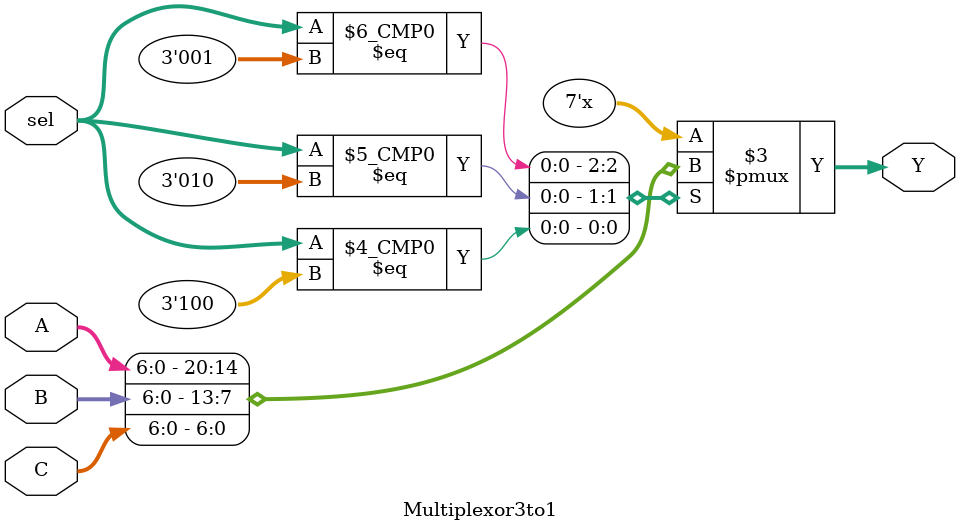
<source format=sv>
`timescale 1ns / 1ps
module Multiplexor3to1(A, B, C, sel, Y);
input  [2:0]sel;
input [6:0] A, B, C;
output reg [6:0] Y;

always @(sel or A or B or C)
	begin
	case (sel)
		3'b001 : Y=A;
		3'b010 : Y=B;
		3'b100 : Y=C;
		
		default : Y = 7'bxxxxxxx;
		
	endcase
	end
	
endmodule

</source>
